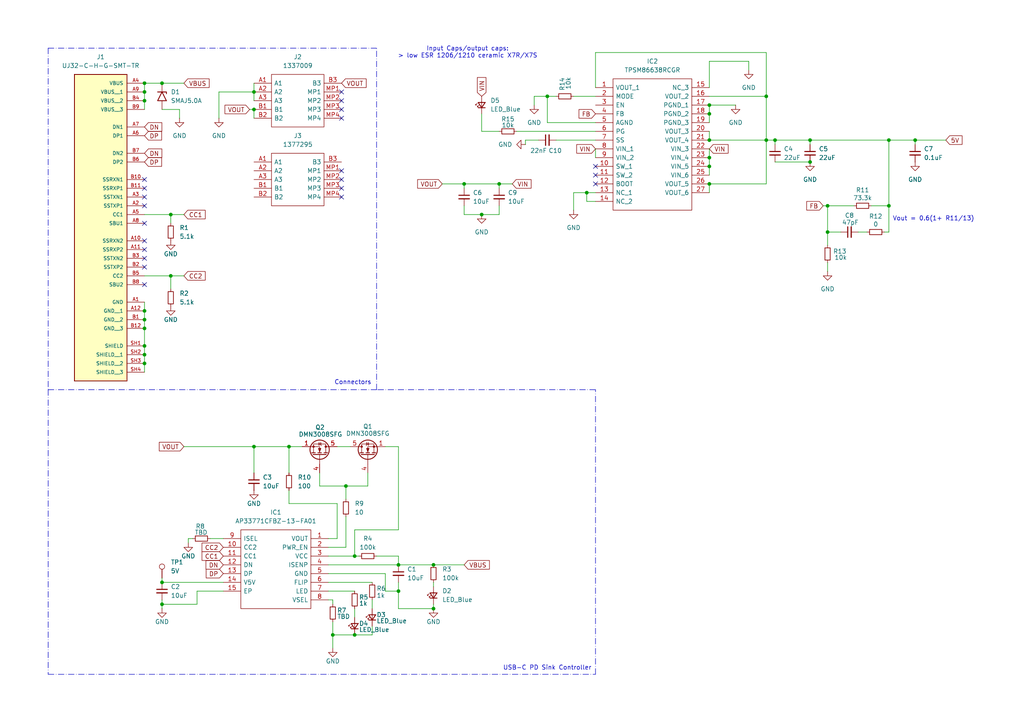
<source format=kicad_sch>
(kicad_sch (version 20231120) (generator "eeschema") (generator_version "8.0")
  (paper "A4")
  (lib_symbols
    (symbol "1337009:1337009" (pin_names (offset 0.762))
      (property "Reference" "J" (at 21.59 7.62 0))
      (property "Value" "1337009" (at 21.59 5.08 0))
      (symbol "1337009_0_0"
        (pin passive line (at 0 0 0) (length 5.08) (name "A1") (number "A1"))
        (pin passive line (at 0 -2.54 0) (length 5.08) (name "A2") (number "A2"))
        (pin passive line (at 0 -5.08 0) (length 5.08) (name "A3") (number "A3"))
        (pin passive line (at 0 -7.62 0) (length 5.08) (name "B1") (number "B1"))
        (pin passive line (at 0 -10.16 0) (length 5.08) (name "B2") (number "B2"))
        (pin passive line (at 25.4 0 180) (length 5.08) (name "B3") (number "B3"))
        (pin passive line (at 25.4 -2.54 180) (length 5.08) (name "MP1") (number "MP1"))
        (pin passive line (at 25.4 -5.08 180) (length 5.08) (name "MP2") (number "MP2"))
        (pin passive line (at 25.4 -7.62 180) (length 5.08) (name "MP3") (number "MP3"))
        (pin passive line (at 25.4 -10.16 180) (length 5.08) (name "MP4") (number "MP4"))
      )
      (symbol "1337009_0_1"
        (polyline (pts (xy 5.08 2.54) (xy 20.32 2.54) (xy 20.32 -12.7) (xy 5.08 -12.7) (xy 5.08 2.54)) (stroke (width 0.1524)))
      )
    )
    (symbol "1377295:1377295" (pin_names (offset 0.762))
      (property "Reference" "J" (at 21.59 7.62 0))
      (property "Value" "1377295" (at 21.59 5.08 0))
      (symbol "1377295_0_0"
        (pin passive line (at 0 0 0) (length 5.08) (name "A1") (number "A1"))
        (pin passive line (at 0 -2.54 0) (length 5.08) (name "A2") (number "A2"))
        (pin passive line (at 0 -5.08 0) (length 5.08) (name "A3") (number "A3"))
        (pin passive line (at 0 -7.62 0) (length 5.08) (name "B1") (number "B1"))
        (pin passive line (at 0 -10.16 0) (length 5.08) (name "B2") (number "B2"))
        (pin passive line (at 25.4 0 180) (length 5.08) (name "B3") (number "B3"))
        (pin passive line (at 25.4 -2.54 180) (length 5.08) (name "MP1") (number "MP1"))
        (pin passive line (at 25.4 -5.08 180) (length 5.08) (name "MP2") (number "MP2"))
        (pin passive line (at 25.4 -7.62 180) (length 5.08) (name "MP3") (number "MP3"))
        (pin passive line (at 25.4 -10.16 180) (length 5.08) (name "MP4") (number "MP4"))
      )
      (symbol "1377295_0_1"
        (polyline (pts (xy 5.08 2.54) (xy 20.32 2.54) (xy 20.32 -12.7) (xy 5.08 -12.7) (xy 5.08 2.54)) (stroke (width 0.1524)))
      )
    )
    (symbol "AP33771CFBZ-13-FA01:AP33771CFBZ-13-FA01" (pin_names (offset 0.762))
      (property "Reference" "IC" (at 26.67 7.62 0))
      (property "Value" "AP33771CFBZ-13-FA01" (at 26.67 5.08 0))
      (symbol "AP33771CFBZ-13-FA01_0_0"
        (pin passive line (at 0 0 0) (length 5.08) (name "VOUT") (number "1"))
        (pin passive line (at 30.48 -2.54 180) (length 5.08) (name "CC2") (number "10"))
        (pin passive line (at 30.48 -5.08 180) (length 5.08) (name "CC1") (number "11"))
        (pin passive line (at 30.48 -7.62 180) (length 5.08) (name "DN") (number "12"))
        (pin passive line (at 30.48 -10.16 180) (length 5.08) (name "DP") (number "13"))
        (pin passive line (at 30.48 -12.7 180) (length 5.08) (name "V5V") (number "14"))
        (pin passive line (at 30.48 -15.24 180) (length 5.08) (name "EP") (number "15"))
        (pin passive line (at 0 -2.54 0) (length 5.08) (name "PWR_EN") (number "2"))
        (pin passive line (at 0 -5.08 0) (length 5.08) (name "VCC") (number "3"))
        (pin passive line (at 0 -7.62 0) (length 5.08) (name "ISENP") (number "4"))
        (pin passive line (at 0 -10.16 0) (length 5.08) (name "GND") (number "5"))
        (pin passive line (at 0 -12.7 0) (length 5.08) (name "FLIP") (number "6"))
        (pin passive line (at 0 -15.24 0) (length 5.08) (name "LED") (number "7"))
        (pin passive line (at 0 -17.78 0) (length 5.08) (name "VSEL") (number "8"))
        (pin passive line (at 30.48 0 180) (length 5.08) (name "ISEL") (number "9"))
      )
      (symbol "AP33771CFBZ-13-FA01_0_1"
        (polyline (pts (xy 5.08 2.54) (xy 25.4 2.54) (xy 25.4 -20.32) (xy 5.08 -20.32) (xy 5.08 2.54)) (stroke (width 0.1524)))
      )
    )
    (symbol "Connector:TestPoint" (pin_numbers hide) (pin_names (offset 0.762) hide)
      (property "Reference" "TP" (at 0 6.858 0))
      (property "Value" "TestPoint" (at 0 5.08 0))
      (symbol "TestPoint_0_1"
        (circle (center 0 3.302) (radius 0.762))
      )
      (symbol "TestPoint_1_1"
        (pin passive line (at 0 0 90) (length 2.54) (name "1") (number "1"))
      )
    )
    (symbol "Device:C_Small" (pin_numbers hide) (pin_names (offset 0.254) hide)
      (property "Reference" "C" (at 0.254 1.778 0))
      (property "Value" "C_Small" (at 0.254 -2.032 0))
      (symbol "C_Small_0_1"
        (polyline (pts (xy -1.524 -0.508) (xy 1.524 -0.508)) (stroke (width 0.3302)))
        (polyline (pts (xy -1.524 0.508) (xy 1.524 0.508)) (stroke (width 0.3048)))
      )
      (symbol "C_Small_1_1"
        (pin passive line (at 0 2.54 270) (length 2.032) (name "~") (number "1"))
        (pin passive line (at 0 -2.54 90) (length 2.032) (name "~") (number "2"))
      )
    )
    (symbol "Device:LED_Small" (pin_numbers hide) (pin_names (offset 0.254) hide)
      (property "Reference" "D" (at -1.27 3.175 0))
      (property "Value" "LED_Small" (at -4.445 -2.54 0))
      (symbol "LED_Small_0_1"
        (polyline (pts (xy -0.762 -1.016) (xy -0.762 1.016)) (stroke (width 0.254)))
        (polyline (pts (xy 1.016 0) (xy -0.762 0)))
        (polyline (pts (xy 0.762 -1.016) (xy -0.762 0) (xy 0.762 1.016) (xy 0.762 -1.016)) (stroke (width 0.254)))
        (polyline (pts (xy 0 0.762) (xy -0.508 1.27) (xy -0.254 1.27) (xy -0.508 1.27) (xy -0.508 1.016)))
        (polyline (pts (xy 0.508 1.27) (xy 0 1.778) (xy 0.254 1.778) (xy 0 1.778) (xy 0 1.524)))
      )
      (symbol "LED_Small_1_1"
        (pin passive line (at -2.54 0 0) (length 1.778) (name "K") (number "1"))
        (pin passive line (at 2.54 0 180) (length 1.778) (name "A") (number "2"))
      )
    )
    (symbol "Device:R_Small" (pin_numbers hide) (pin_names (offset 0.254) hide)
      (property "Reference" "R" (at 0.762 0.508 0))
      (property "Value" "R_Small" (at 0.762 -1.016 0))
      (symbol "R_Small_0_1"
        (rectangle (start -0.762 1.778) (end 0.762 -1.778) (stroke (width 0.2032)))
      )
      (symbol "R_Small_1_1"
        (pin passive line (at 0 2.54 270) (length 0.762) (name "~") (number "1"))
        (pin passive line (at 0 -2.54 90) (length 0.762) (name "~") (number "2"))
      )
    )
    (symbol "Diode:SMAJ5.0A" (pin_numbers hide) (pin_names (offset 1.016) hide)
      (property "Reference" "D" (at 0 2.54 0))
      (property "Value" "SMAJ5.0A" (at 0 -2.54 0))
      (symbol "SMAJ5.0A_0_1"
        (polyline (pts (xy -0.762 1.27) (xy -1.27 1.27) (xy -1.27 -1.27)) (stroke (width 0.254)))
        (polyline (pts (xy 1.27 1.27) (xy 1.27 -1.27) (xy -1.27 0) (xy 1.27 1.27)) (stroke (width 0.254)))
      )
      (symbol "SMAJ5.0A_1_1"
        (pin passive line (at -3.81 0 0) (length 2.54) (name "A1") (number "1"))
        (pin passive line (at 3.81 0 180) (length 2.54) (name "A2") (number "2"))
      )
    )
    (symbol "TPSM86638RCGR:TPSM86638RCGR" (pin_names (offset 0.762))
      (property "Reference" "IC" (at 29.21 7.62 0))
      (property "Value" "TPSM86638RCGR" (at 29.21 5.08 0))
      (symbol "TPSM86638RCGR_0_0"
        (pin passive line (at 0 0 0) (length 5.08) (name "VOUT_1") (number "1"))
        (pin passive line (at 0 -22.86 0) (length 5.08) (name "SW_1") (number "10"))
        (pin passive line (at 0 -25.4 0) (length 5.08) (name "SW_2") (number "11"))
        (pin passive line (at 0 -27.94 0) (length 5.08) (name "BOOT") (number "12"))
        (pin passive line (at 0 -30.48 0) (length 5.08) (name "NC_1") (number "13"))
        (pin passive line (at 0 -33.02 0) (length 5.08) (name "NC_2") (number "14"))
        (pin passive line (at 33.02 0 180) (length 5.08) (name "NC_3") (number "15"))
        (pin passive line (at 33.02 -2.54 180) (length 5.08) (name "VOUT_2") (number "16"))
        (pin passive line (at 33.02 -5.08 180) (length 5.08) (name "PGND_1") (number "17"))
        (pin passive line (at 33.02 -7.62 180) (length 5.08) (name "PGND_2") (number "18"))
        (pin passive line (at 33.02 -10.16 180) (length 5.08) (name "PGND_3") (number "19"))
        (pin passive line (at 0 -2.54 0) (length 5.08) (name "MODE") (number "2"))
        (pin passive line (at 33.02 -12.7 180) (length 5.08) (name "VOUT_3") (number "20"))
        (pin passive line (at 33.02 -15.24 180) (length 5.08) (name "VOUT_4") (number "21"))
        (pin passive line (at 33.02 -17.78 180) (length 5.08) (name "VIN_3") (number "22"))
        (pin passive line (at 33.02 -20.32 180) (length 5.08) (name "VIN_4") (number "23"))
        (pin passive line (at 33.02 -22.86 180) (length 5.08) (name "VIN_5") (number "24"))
        (pin passive line (at 33.02 -25.4 180) (length 5.08) (name "VIN_6") (number "25"))
        (pin passive line (at 33.02 -27.94 180) (length 5.08) (name "VOUT_5") (number "26"))
        (pin passive line (at 33.02 -30.48 180) (length 5.08) (name "VOUT_6") (number "27"))
        (pin passive line (at 0 -5.08 0) (length 5.08) (name "EN") (number "3"))
        (pin passive line (at 0 -7.62 0) (length 5.08) (name "FB") (number "4"))
        (pin passive line (at 0 -10.16 0) (length 5.08) (name "AGND") (number "5"))
        (pin passive line (at 0 -12.7 0) (length 5.08) (name "PG") (number "6"))
        (pin passive line (at 0 -15.24 0) (length 5.08) (name "SS") (number "7"))
        (pin passive line (at 0 -17.78 0) (length 5.08) (name "VIN_1") (number "8"))
        (pin passive line (at 0 -20.32 0) (length 5.08) (name "VIN_2") (number "9"))
      )
      (symbol "TPSM86638RCGR_0_1"
        (polyline (pts (xy 5.08 2.54) (xy 27.94 2.54) (xy 27.94 -35.56) (xy 5.08 -35.56) (xy 5.08 2.54)) (stroke (width 0.1524)))
      )
    )
    (symbol "Transistor_FET:DMN3008SFG" (pin_names hide)
      (property "Reference" "Q" (at 5.08 1.905 0))
      (property "Value" "DMN3008SFG" (at 5.08 0 0))
      (symbol "DMN3008SFG_0_1"
        (polyline (pts (xy -2.54 0) (xy 0.254 0)))
        (polyline (pts (xy 0.254 1.905) (xy 0.254 -1.905)) (stroke (width 0.254)))
        (polyline (pts (xy 0.762 -1.27) (xy 0.762 -2.286)) (stroke (width 0.254)))
        (polyline (pts (xy 0.762 0.508) (xy 0.762 -0.508)) (stroke (width 0.254)))
        (polyline (pts (xy 0.762 2.286) (xy 0.762 1.27)) (stroke (width 0.254)))
        (polyline (pts (xy 2.54 2.54) (xy 2.54 1.778)))
        (polyline (pts (xy 2.54 -2.54) (xy 2.54 0) (xy 0.762 0)))
        (polyline (pts (xy 0.762 -1.778) (xy 3.302 -1.778) (xy 3.302 1.778) (xy 0.762 1.778)))
        (polyline (pts (xy 1.016 0) (xy 2.032 0.381) (xy 2.032 -0.381) (xy 1.016 0)) (fill (type outline)))
        (polyline (pts (xy 2.794 0.508) (xy 2.921 0.381) (xy 3.683 0.381) (xy 3.81 0.254)))
        (polyline (pts (xy 3.302 0.381) (xy 2.921 -0.254) (xy 3.683 -0.254) (xy 3.302 0.381)))
        (circle (center 1.651 0) (radius 2.794) (stroke (width 0.254)))
        (circle (center 2.54 -1.778) (radius 0.254) (fill (type outline)))
        (circle (center 2.54 1.778) (radius 0.254) (fill (type outline)))
      )
      (symbol "DMN3008SFG_1_1"
        (pin passive line (at 2.54 -5.08 90) (length 2.54) (name "S") (number "1"))
        (pin passive line (at 2.54 -5.08 90) (length 2.54) hide (name "S") (number "2"))
        (pin passive line (at 2.54 -5.08 90) (length 2.54) hide (name "S") (number "3"))
        (pin passive line (at -5.08 0 0) (length 2.54) (name "G") (number "4"))
        (pin passive line (at 2.54 5.08 270) (length 2.54) (name "D") (number "5"))
      )
    )
    (symbol "UJ32-C-H-G-SMT-TR:UJ32-C-H-G-SMT-TR" (pin_names (offset 1.016))
      (property "Reference" "J" (at -7.62 33.782 0))
      (property "Value" "UJ32-C-H-G-SMT-TR" (at -7.62 -56.642 0))
      (symbol "UJ32-C-H-G-SMT-TR_0_0"
        (rectangle (start -7.62 -55.88) (end 7.62 33.02) (stroke (width 0.254)) (fill (type background)))
        (pin power_in line (at 12.7 -33.02 180) (length 5.08) (name "GND") (number "A1"))
        (pin bidirectional line (at 12.7 -15.24 180) (length 5.08) (name "SSRXN2") (number "A10"))
        (pin bidirectional line (at 12.7 -17.78 180) (length 5.08) (name "SSRXP2") (number "A11"))
        (pin power_in line (at 12.7 -35.56 180) (length 5.08) (name "GND__1") (number "A12"))
        (pin bidirectional line (at 12.7 -5.08 180) (length 5.08) (name "SSTXP1") (number "A2"))
        (pin bidirectional line (at 12.7 -2.54 180) (length 5.08) (name "SSTXN1") (number "A3"))
        (pin power_in line (at 12.7 30.48 180) (length 5.08) (name "VBUS") (number "A4"))
        (pin bidirectional line (at 12.7 -7.62 180) (length 5.08) (name "CC1") (number "A5"))
        (pin bidirectional line (at 12.7 15.24 180) (length 5.08) (name "DP1") (number "A6"))
        (pin bidirectional line (at 12.7 17.78 180) (length 5.08) (name "DN1") (number "A7"))
        (pin bidirectional line (at 12.7 -10.16 180) (length 5.08) (name "SBU1") (number "A8"))
        (pin power_in line (at 12.7 27.94 180) (length 5.08) (name "VBUS__1") (number "A9"))
        (pin power_in line (at 12.7 -38.1 180) (length 5.08) (name "GND__2") (number "B1"))
        (pin bidirectional line (at 12.7 2.54 180) (length 5.08) (name "SSRXN1") (number "B10"))
        (pin bidirectional line (at 12.7 0 180) (length 5.08) (name "SSRXP1") (number "B11"))
        (pin power_in line (at 12.7 -40.64 180) (length 5.08) (name "GND__3") (number "B12"))
        (pin bidirectional line (at 12.7 -22.86 180) (length 5.08) (name "SSTXP2") (number "B2"))
        (pin bidirectional line (at 12.7 -20.32 180) (length 5.08) (name "SSTXN2") (number "B3"))
        (pin power_in line (at 12.7 25.4 180) (length 5.08) (name "VBUS__2") (number "B4"))
        (pin bidirectional line (at 12.7 -25.4 180) (length 5.08) (name "CC2") (number "B5"))
        (pin bidirectional line (at 12.7 7.62 180) (length 5.08) (name "DP2") (number "B6"))
        (pin bidirectional line (at 12.7 10.16 180) (length 5.08) (name "DN2") (number "B7"))
        (pin bidirectional line (at 12.7 -27.94 180) (length 5.08) (name "SBU2") (number "B8"))
        (pin power_in line (at 12.7 22.86 180) (length 5.08) (name "VBUS__3") (number "B9"))
        (pin passive line (at 12.7 -45.72 180) (length 5.08) (name "SHIELD") (number "SH1"))
        (pin passive line (at 12.7 -48.26 180) (length 5.08) (name "SHIELD__1") (number "SH2"))
        (pin passive line (at 12.7 -50.8 180) (length 5.08) (name "SHIELD__2") (number "SH3"))
        (pin passive line (at 12.7 -53.34 180) (length 5.08) (name "SHIELD__3") (number "SH4"))
      )
    )
    (symbol "power:GND" (power) (pin_numbers hide) (pin_names (offset 0) hide)
      (property "Value" "GND" (at 0 -3.81 0))
      (symbol "GND_0_1"
        (polyline (pts (xy 0 0) (xy 0 -1.27) (xy 1.27 -1.27) (xy 0 -2.54) (xy -1.27 -1.27) (xy 0 -1.27)))
      )
      (symbol "GND_1_1"
        (pin power_in line (at 0 0 270) (length 0) (name "~") (number "1"))
      )
    )
  )
  (junction (at 41.91 90.17))
  (junction (at 222.25 40.64))
  (junction (at 139.7 62.23))
  (junction (at 240.03 59.69))
  (junction (at 41.91 24.13))
  (junction (at 46.99 175.26))
  (junction (at 96.52 184.15))
  (junction (at 73.66 31.75))
  (junction (at 125.73 163.83))
  (junction (at 265.43 40.64))
  (junction (at 205.74 40.64))
  (junction (at 41.91 26.67))
  (junction (at 41.91 29.21))
  (junction (at 46.99 24.13))
  (junction (at 205.74 53.34))
  (junction (at 41.91 95.25))
  (junction (at 102.87 161.29))
  (junction (at 73.66 129.54))
  (junction (at 83.82 129.54))
  (junction (at 144.78 53.34))
  (junction (at 158.75 27.94))
  (junction (at 46.99 168.91))
  (junction (at 257.81 59.69))
  (junction (at 134.62 53.34))
  (junction (at 205.74 30.48))
  (junction (at 115.57 171.45))
  (junction (at 234.95 40.64))
  (junction (at 170.18 55.88))
  (junction (at 115.57 163.83))
  (junction (at 222.25 27.94))
  (junction (at 41.91 92.71))
  (junction (at 205.74 48.26))
  (junction (at 125.73 176.53))
  (junction (at 102.87 184.15))
  (junction (at 257.81 40.64))
  (junction (at 41.91 105.41))
  (junction (at 49.53 62.23))
  (junction (at 73.66 26.67))
  (junction (at 205.74 45.72))
  (junction (at 224.79 40.64))
  (junction (at 41.91 102.87))
  (junction (at 234.95 46.99))
  (junction (at 240.03 67.31))
  (junction (at 41.91 100.33))
  (junction (at 100.33 140.97))
  (junction (at 49.53 80.01))
  (junction (at 205.74 33.02))
  (no_connect (at 41.91 57.15))
  (no_connect (at 99.06 49.53))
  (no_connect (at 41.91 52.07))
  (no_connect (at 172.72 50.8))
  (no_connect (at 41.91 77.47))
  (no_connect (at 99.06 31.75))
  (no_connect (at 99.06 34.29))
  (no_connect (at 99.06 52.07))
  (no_connect (at 99.06 57.15))
  (no_connect (at 41.91 72.39))
  (no_connect (at 41.91 74.93))
  (no_connect (at 99.06 54.61))
  (no_connect (at 99.06 29.21))
  (no_connect (at 41.91 59.69))
  (no_connect (at 99.06 26.67))
  (no_connect (at 41.91 69.85))
  (no_connect (at 172.72 48.26))
  (no_connect (at 41.91 82.55))
  (no_connect (at 41.91 54.61))
  (no_connect (at 41.91 64.77))
  (no_connect (at 172.72 53.34))
  (wire (pts (xy 172.72 58.42) (xy 170.18 58.42)))
  (wire (pts (xy 139.7 38.1) (xy 144.78 38.1)))
  (wire (pts (xy 96.52 184.15) (xy 102.87 184.15)))
  (wire (pts (xy 63.5 26.67) (xy 73.66 26.67)))
  (wire (pts (xy 224.79 46.99) (xy 234.95 46.99)))
  (wire (pts (xy 73.66 129.54) (xy 83.82 129.54)))
  (polyline (pts (xy 109.22 113.03) (xy 109.22 13.97)) (stroke (width 0) (type dash_dot)))
  (wire (pts (xy 170.18 58.42) (xy 170.18 55.88)))
  (wire (pts (xy 46.99 168.91) (xy 64.77 168.91)))
  (wire (pts (xy 53.34 129.54) (xy 73.66 129.54)))
  (polyline (pts (xy 13.97 113.03) (xy 13.97 195.58)) (stroke (width 0) (type dash_dot)))
  (wire (pts (xy 125.73 163.83) (xy 134.62 163.83)))
  (polyline (pts (xy 13.97 13.97) (xy 13.97 113.03)) (stroke (width 0) (type dash_dot)))
  (wire (pts (xy 149.86 38.1) (xy 172.72 38.1)))
  (wire (pts (xy 134.62 59.69) (xy 134.62 62.23)))
  (wire (pts (xy 83.82 146.05) (xy 97.79 146.05)))
  (wire (pts (xy 166.37 27.94) (xy 172.72 27.94)))
  (wire (pts (xy 205.74 33.02) (xy 205.74 35.56)))
  (wire (pts (xy 95.25 171.45) (xy 102.87 171.45)))
  (wire (pts (xy 97.79 146.05) (xy 97.79 156.21)))
  (wire (pts (xy 205.74 45.72) (xy 205.74 48.26)))
  (wire (pts (xy 95.25 173.99) (xy 96.52 173.99)))
  (wire (pts (xy 222.25 53.34) (xy 222.25 40.64)))
  (wire (pts (xy 205.74 17.78) (xy 217.17 17.78)))
  (wire (pts (xy 125.73 175.26) (xy 125.73 176.53)))
  (polyline (pts (xy 13.97 13.97) (xy 109.22 13.97)) (stroke (width 0) (type dash_dot)))
  (wire (pts (xy 102.87 184.15) (xy 107.95 184.15)))
  (wire (pts (xy 222.25 27.94) (xy 222.25 40.64)))
  (wire (pts (xy 46.99 167.64) (xy 46.99 168.91)))
  (polyline (pts (xy 13.97 195.58) (xy 172.72 195.58)) (stroke (width 0) (type dash_dot)))
  (wire (pts (xy 217.17 17.78) (xy 217.17 20.32)))
  (wire (pts (xy 41.91 100.33) (xy 41.91 102.87)))
  (wire (pts (xy 73.66 31.75) (xy 73.66 34.29)))
  (wire (pts (xy 60.96 156.21) (xy 64.77 156.21)))
  (wire (pts (xy 52.07 31.75) (xy 46.99 31.75)))
  (wire (pts (xy 106.68 140.97) (xy 100.33 140.97)))
  (wire (pts (xy 240.03 67.31) (xy 240.03 71.12)))
  (wire (pts (xy 115.57 153.67) (xy 102.87 153.67)))
  (wire (pts (xy 95.25 168.91) (xy 107.95 168.91)))
  (wire (pts (xy 49.53 83.82) (xy 49.53 80.01)))
  (wire (pts (xy 41.91 92.71) (xy 41.91 95.25)))
  (wire (pts (xy 265.43 41.91) (xy 265.43 40.64)))
  (wire (pts (xy 41.91 24.13) (xy 46.99 24.13)))
  (wire (pts (xy 257.81 40.64) (xy 257.81 59.69)))
  (wire (pts (xy 152.4 40.64) (xy 152.4 41.91)))
  (wire (pts (xy 95.25 161.29) (xy 102.87 161.29)))
  (wire (pts (xy 96.52 184.15) (xy 96.52 187.96)))
  (wire (pts (xy 109.22 161.29) (xy 115.57 161.29)))
  (wire (pts (xy 222.25 40.64) (xy 224.79 40.64)))
  (wire (pts (xy 46.99 173.99) (xy 46.99 175.26)))
  (wire (pts (xy 238.76 59.69) (xy 240.03 59.69)))
  (wire (pts (xy 240.03 67.31) (xy 240.03 59.69)))
  (wire (pts (xy 205.74 43.18) (xy 205.74 45.72)))
  (wire (pts (xy 95.25 163.83) (xy 115.57 163.83)))
  (wire (pts (xy 172.72 43.18) (xy 172.72 45.72)))
  (wire (pts (xy 134.62 53.34) (xy 134.62 54.61)))
  (wire (pts (xy 172.72 55.88) (xy 170.18 55.88)))
  (wire (pts (xy 144.78 53.34) (xy 144.78 54.61)))
  (wire (pts (xy 49.53 80.01) (xy 53.34 80.01)))
  (wire (pts (xy 115.57 163.83) (xy 125.73 163.83)))
  (wire (pts (xy 125.73 168.91) (xy 125.73 170.18)))
  (wire (pts (xy 248.92 67.31) (xy 251.46 67.31)))
  (wire (pts (xy 95.25 166.37) (xy 111.76 166.37)))
  (wire (pts (xy 134.62 62.23) (xy 139.7 62.23)))
  (wire (pts (xy 46.99 24.13) (xy 53.34 24.13)))
  (wire (pts (xy 265.43 40.64) (xy 274.32 40.64)))
  (wire (pts (xy 128.27 53.34) (xy 134.62 53.34)))
  (wire (pts (xy 224.79 40.64) (xy 234.95 40.64)))
  (wire (pts (xy 205.74 30.48) (xy 213.36 30.48)))
  (wire (pts (xy 96.52 180.34) (xy 96.52 184.15)))
  (wire (pts (xy 41.91 62.23) (xy 49.53 62.23)))
  (wire (pts (xy 154.94 30.48) (xy 154.94 27.94)))
  (wire (pts (xy 115.57 168.91) (xy 115.57 171.45)))
  (wire (pts (xy 49.53 62.23) (xy 53.34 62.23)))
  (wire (pts (xy 96.52 173.99) (xy 96.52 175.26)))
  (wire (pts (xy 172.72 35.56) (xy 158.75 35.56)))
  (polyline (pts (xy 172.72 195.58) (xy 172.72 113.03)) (stroke (width 0) (type dash_dot)))
  (wire (pts (xy 240.03 59.69) (xy 247.65 59.69)))
  (wire (pts (xy 100.33 158.75) (xy 100.33 149.86)))
  (wire (pts (xy 100.33 140.97) (xy 92.71 140.97)))
  (wire (pts (xy 222.25 15.24) (xy 222.25 27.94)))
  (wire (pts (xy 83.82 142.24) (xy 83.82 146.05)))
  (wire (pts (xy 73.66 24.13) (xy 73.66 26.67)))
  (wire (pts (xy 92.71 140.97) (xy 92.71 137.16)))
  (wire (pts (xy 234.95 40.64) (xy 257.81 40.64)))
  (wire (pts (xy 115.57 161.29) (xy 115.57 163.83)))
  (wire (pts (xy 57.15 175.26) (xy 46.99 175.26)))
  (wire (pts (xy 54.61 156.21) (xy 54.61 157.48)))
  (wire (pts (xy 41.91 90.17) (xy 41.91 92.71)))
  (wire (pts (xy 205.74 30.48) (xy 205.74 33.02)))
  (wire (pts (xy 172.72 15.24) (xy 222.25 15.24)))
  (wire (pts (xy 222.25 40.64) (xy 205.74 40.64)))
  (wire (pts (xy 224.79 40.64) (xy 224.79 41.91)))
  (wire (pts (xy 41.91 80.01) (xy 49.53 80.01)))
  (wire (pts (xy 240.03 76.2) (xy 240.03 78.74)))
  (wire (pts (xy 166.37 55.88) (xy 166.37 60.96)))
  (wire (pts (xy 256.54 67.31) (xy 257.81 67.31)))
  (wire (pts (xy 144.78 59.69) (xy 144.78 62.23)))
  (polyline (pts (xy 13.97 113.03) (xy 109.22 113.03)) (stroke (width 0) (type dash_dot)))
  (wire (pts (xy 72.39 31.75) (xy 73.66 31.75)))
  (wire (pts (xy 154.94 27.94) (xy 158.75 27.94)))
  (wire (pts (xy 111.76 129.54) (xy 115.57 129.54)))
  (wire (pts (xy 234.95 40.64) (xy 234.95 41.91)))
  (wire (pts (xy 102.87 161.29) (xy 104.14 161.29)))
  (wire (pts (xy 158.75 35.56) (xy 158.75 27.94)))
  (wire (pts (xy 156.21 40.64) (xy 152.4 40.64)))
  (wire (pts (xy 64.77 171.45) (xy 57.15 171.45)))
  (wire (pts (xy 41.91 102.87) (xy 41.91 105.41)))
  (wire (pts (xy 41.91 24.13) (xy 41.91 26.67)))
  (wire (pts (xy 41.91 26.67) (xy 41.91 29.21)))
  (wire (pts (xy 205.74 25.4) (xy 205.74 17.78)))
  (wire (pts (xy 243.84 67.31) (xy 240.03 67.31)))
  (wire (pts (xy 83.82 129.54) (xy 87.63 129.54)))
  (wire (pts (xy 52.07 34.29) (xy 52.07 31.75)))
  (wire (pts (xy 100.33 144.78) (xy 100.33 140.97)))
  (wire (pts (xy 95.25 158.75) (xy 100.33 158.75)))
  (wire (pts (xy 134.62 53.34) (xy 144.78 53.34)))
  (wire (pts (xy 115.57 171.45) (xy 115.57 176.53)))
  (wire (pts (xy 63.5 34.29) (xy 63.5 26.67)))
  (wire (pts (xy 111.76 166.37) (xy 111.76 171.45)))
  (wire (pts (xy 161.29 40.64) (xy 172.72 40.64)))
  (wire (pts (xy 102.87 176.53) (xy 102.87 179.07)))
  (wire (pts (xy 144.78 53.34) (xy 148.59 53.34)))
  (wire (pts (xy 144.78 62.23) (xy 139.7 62.23)))
  (wire (pts (xy 170.18 55.88) (xy 166.37 55.88)))
  (wire (pts (xy 252.73 59.69) (xy 257.81 59.69)))
  (wire (pts (xy 205.74 53.34) (xy 222.25 53.34)))
  (wire (pts (xy 257.81 40.64) (xy 265.43 40.64)))
  (wire (pts (xy 57.15 171.45) (xy 57.15 175.26)))
  (wire (pts (xy 158.75 27.94) (xy 161.29 27.94)))
  (wire (pts (xy 97.79 156.21) (xy 95.25 156.21)))
  (wire (pts (xy 107.95 173.99) (xy 107.95 176.53)))
  (wire (pts (xy 205.74 38.1) (xy 205.74 40.64)))
  (wire (pts (xy 115.57 176.53) (xy 125.73 176.53)))
  (wire (pts (xy 46.99 175.26) (xy 46.99 176.53)))
  (wire (pts (xy 205.74 53.34) (xy 205.74 55.88)))
  (wire (pts (xy 107.95 184.15) (xy 107.95 181.61)))
  (wire (pts (xy 41.91 87.63) (xy 41.91 90.17)))
  (wire (pts (xy 41.91 105.41) (xy 41.91 107.95)))
  (wire (pts (xy 73.66 26.67) (xy 73.66 29.21)))
  (wire (pts (xy 41.91 29.21) (xy 41.91 31.75)))
  (polyline (pts (xy 172.72 113.03) (xy 109.22 113.03)) (stroke (width 0) (type dash_dot)))
  (wire (pts (xy 102.87 153.67) (xy 102.87 161.29)))
  (wire (pts (xy 139.7 33.02) (xy 139.7 38.1)))
  (wire (pts (xy 106.68 137.16) (xy 106.68 140.97)))
  (wire (pts (xy 55.88 156.21) (xy 54.61 156.21)))
  (wire (pts (xy 49.53 64.77) (xy 49.53 62.23)))
  (wire (pts (xy 115.57 129.54) (xy 115.57 153.67)))
  (wire (pts (xy 205.74 48.26) (xy 205.74 50.8)))
  (wire (pts (xy 73.66 137.16) (xy 73.66 129.54)))
  (wire (pts (xy 41.91 95.25) (xy 41.91 100.33)))
  (wire (pts (xy 83.82 137.16) (xy 83.82 129.54)))
  (wire (pts (xy 111.76 171.45) (xy 115.57 171.45)))
  (wire (pts (xy 97.79 129.54) (xy 101.6 129.54)))
  (wire (pts (xy 257.81 59.69) (xy 257.81 67.31)))
  (wire (pts (xy 205.74 27.94) (xy 222.25 27.94)))
  (wire (pts (xy 172.72 25.4) (xy 172.72 15.24)))
  (text "Vout = 0.6(1+ R11/13)\n" (at 270.764 63.5 0) (effects (font (size 1.27 1.27))))
  (text "Connectors\n" (at 102.362 110.998 0) (effects (font (size 1.27 1.27))))
  (text "Input Caps/output caps:\n> low ESR 1206/1210 ceramic X7R/X7S\n" (at 135.636 15.24 0) (effects (font (size 1.27 1.27))))
  (text "USB-C PD Sink Controller\n\n" (at 158.75 194.818 0) (effects (font (size 1.27 1.27))))
  (global_label "CC1" (shape input) (at 64.77 161.29 180) (property "Intersheetrefs" "${INTERSHEET_REFS}" (effects (hide yes))))
  (global_label "VBUS" (shape input) (at 53.34 24.13 0) (property "Intersheetrefs" "${INTERSHEET_REFS}" (effects (hide yes))))
  (global_label "CC1" (shape input) (at 53.34 62.23 0) (property "Intersheetrefs" "${INTERSHEET_REFS}" (effects (hide yes))))
  (global_label "VIN" (shape input) (at 205.74 43.18 0) (property "Intersheetrefs" "${INTERSHEET_REFS}" (effects (hide yes))))
  (global_label "DN" (shape input) (at 41.91 44.45 0) (property "Intersheetrefs" "${INTERSHEET_REFS}" (effects (hide yes))))
  (global_label "VIN" (shape input) (at 148.59 53.34 0) (property "Intersheetrefs" "${INTERSHEET_REFS}" (effects (hide yes))))
  (global_label "DN" (shape input) (at 41.91 36.83 0) (property "Intersheetrefs" "${INTERSHEET_REFS}" (effects (hide yes))))
  (global_label "DN" (shape input) (at 64.77 163.83 180) (property "Intersheetrefs" "${INTERSHEET_REFS}" (effects (hide yes))))
  (global_label "5V" (shape input) (at 274.32 40.64 0) (property "Intersheetrefs" "${INTERSHEET_REFS}" (effects (hide yes))))
  (global_label "VOUT" (shape input) (at 53.34 129.54 180) (property "Intersheetrefs" "${INTERSHEET_REFS}" (effects (hide yes))))
  (global_label "VOUT" (shape input) (at 72.39 31.75 180) (property "Intersheetrefs" "${INTERSHEET_REFS}" (effects (hide yes))))
  (global_label "VIN" (shape input) (at 139.7 27.94 90) (property "Intersheetrefs" "${INTERSHEET_REFS}" (effects (hide yes))))
  (global_label "FB" (shape input) (at 172.72 33.02 180) (property "Intersheetrefs" "${INTERSHEET_REFS}" (effects (hide yes))))
  (global_label "VOUT" (shape input) (at 99.06 24.13 0) (property "Intersheetrefs" "${INTERSHEET_REFS}" (effects (hide yes))))
  (global_label "VOUT" (shape input) (at 128.27 53.34 180) (property "Intersheetrefs" "${INTERSHEET_REFS}" (effects (hide yes))))
  (global_label "CC2" (shape input) (at 53.34 80.01 0) (property "Intersheetrefs" "${INTERSHEET_REFS}" (effects (hide yes))))
  (global_label "CC2" (shape input) (at 64.77 158.75 180) (property "Intersheetrefs" "${INTERSHEET_REFS}" (effects (hide yes))))
  (global_label "VBUS" (shape input) (at 134.62 163.83 0) (property "Intersheetrefs" "${INTERSHEET_REFS}" (effects (hide yes))))
  (global_label "DP" (shape input) (at 41.91 39.37 0) (property "Intersheetrefs" "${INTERSHEET_REFS}" (effects (hide yes))))
  (global_label "FB" (shape input) (at 238.76 59.69 180) (property "Intersheetrefs" "${INTERSHEET_REFS}" (effects (hide yes))))
  (global_label "VIN" (shape input) (at 172.72 43.18 180) (property "Intersheetrefs" "${INTERSHEET_REFS}" (effects (hide yes))))
  (global_label "DP" (shape input) (at 41.91 46.99 0) (property "Intersheetrefs" "${INTERSHEET_REFS}" (effects (hide yes))))
  (global_label "DP" (shape input) (at 64.77 166.37 180) (property "Intersheetrefs" "${INTERSHEET_REFS}" (effects (hide yes))))
  (symbol (lib_id "Transistor_FET:DMN3008SFG") (at 92.71 132.08 270) (mirror x) (unit 1)
    (property "Reference" "Q2" (at 91.44 123.952 90) (effects (justify left)))
    (property "Value" "DMN3008SFG" (at 86.614 125.984 90) (effects (justify left)))
    (property "Footprint" "Package_SON:Diodes_PowerDI3333-8" (effects (hide yes)))
    (property "Datasheet" "https://www.diodes.com/assets/Datasheets/DMN3008SFG.pdf" (effects (hide yes)))
    (property "Description" "17.6A Id, 30V Vds, N-Channel Power MOSFET, 4.4mOhm Ron, 86nC Qg (typ), PowerDI3333-8" (effects (hide yes)))
  )
  (symbol (lib_id "UJ32-C-H-G-SMT-TR:UJ32-C-H-G-SMT-TR") (at 29.21 54.61 0) (unit 1)
    (property "Reference" "J1" (at 29.21 16.51 0))
    (property "Value" "UJ32-C-H-G-SMT-TR" (at 29.21 19.05 0))
    (property "Footprint" "Footprints:CUI_UJ32-C-H-G-SMT-TR" (effects (hide yes)))
    (property "PARTREV" "1.01" (effects (hide yes)))
    (property "STANDARD" "Manufacturer Recommendations" (effects (hide yes)))
    (property "SNAPEDA_PN" "UJ32-C-H-G-SMT-TR" (effects (hide yes)))
    (property "MAXIMUM_PACKAGE_HEIGHT" "3.71mm" (effects (hide yes)))
    (property "MANUFACTURER" "CUI Devices" (effects (hide yes)))
  )
  (symbol (lib_id "power:GND") (at 166.37 60.96 0) (unit 1)
    (property "Reference" "#PWR014" (effects (hide yes)))
    (property "Value" "GND" (at 166.37 66.04 0))
    (property "Description" "Power symbol creates a global label with name \"GND\" , ground" (effects (hide yes)))
  )
  (symbol (lib_id "Device:LED_Small") (at 125.73 172.72 90) (unit 1)
    (property "Reference" "D2" (at 128.27 171.3864 90) (effects (justify right)))
    (property "Value" "LED_Blue" (at 128.27 173.9264 90) (effects (justify right)))
    (property "Footprint" "LED_SMD:LED_0603_1608Metric" (effects (hide yes)))
    (property "Description" "Light emitting diode, small symbol" (effects (hide yes)))
  )
  (symbol (lib_id "Device:R_Small") (at 100.33 147.32 0) (unit 1)
    (property "Reference" "R9" (at 102.87 146.0499 0) (effects (justify left)))
    (property "Value" "10" (at 102.87 148.5899 0) (effects (justify left)))
    (property "Footprint" "Resistor_SMD:R_0402_1005Metric" (effects (hide yes)))
    (property "Description" "Resistor, small symbol" (effects (hide yes)))
  )
  (symbol (lib_id "Device:R_Small") (at 58.42 156.21 90) (unit 1)
    (property "Reference" "R8" (at 59.436 152.654 90) (effects (justify left)))
    (property "Value" "TBD" (at 60.198 154.432 90) (effects (justify left)))
    (property "Footprint" "Resistor_SMD:R_0402_1005Metric" (effects (hide yes)))
    (property "Description" "Resistor, small symbol" (effects (hide yes)))
  )
  (symbol (lib_id "power:GND") (at 152.4 41.91 270) (unit 1)
    (property "Reference" "#PWR017" (effects (hide yes)))
    (property "Value" "GND" (at 148.59 41.9099 90) (effects (justify right)))
    (property "Description" "Power symbol creates a global label with name \"GND\" , ground" (effects (hide yes)))
  )
  (symbol (lib_id "Transistor_FET:DMN3008SFG") (at 106.68 132.08 90) (unit 1)
    (property "Reference" "Q1" (at 106.68 123.698 90))
    (property "Value" "DMN3008SFG" (at 106.68 125.73 90))
    (property "Footprint" "Package_SON:Diodes_PowerDI3333-8" (effects (hide yes)))
    (property "Datasheet" "https://www.diodes.com/assets/Datasheets/DMN3008SFG.pdf" (effects (hide yes)))
    (property "Description" "17.6A Id, 30V Vds, N-Channel Power MOSFET, 4.4mOhm Ron, 86nC Qg (typ), PowerDI3333-8" (effects (hide yes)))
  )
  (symbol (lib_id "power:GND") (at 96.52 187.96 0) (unit 1)
    (property "Reference" "#PWR05" (effects (hide yes)))
    (property "Value" "GND" (at 96.52 191.77 0))
    (property "Description" "Power symbol creates a global label with name \"GND\" , ground" (effects (hide yes)))
  )
  (symbol (lib_id "power:GND") (at 49.53 69.85 0) (unit 1)
    (property "Reference" "#PWR02" (effects (hide yes)))
    (property "Value" "GND" (at 49.53 73.66 0))
    (property "Description" "Power symbol creates a global label with name \"GND\" , ground" (effects (hide yes)))
  )
  (symbol (lib_id "1377295:1377295") (at 73.66 46.99 0) (unit 1)
    (property "Reference" "J3" (at 86.36 39.37 0))
    (property "Value" "1377295" (at 86.36 41.91 0))
    (property "Footprint" "Footprints:1377295" (effects (hide yes)))
    (property "Datasheet" "http://www.phoenixcontact.com/gb/produkte/1377295" (effects (hide yes)))
    (property "Description_1" "SMD male connector, nominal current: 2 A, Test voltage: 500 VAC, number of positions: 6, pitch: 1.27 mm, color: black, contact surface: Gold, type of contact: Male connector, mounting: SMD soldering" (effects (hide yes)))
    (property "Height" "4.25" (effects (hide yes)))
    (property "Mouser Part Number" "651-1377295" (effects (hide yes)))
    (property "Mouser Price/Stock" "https://www.mouser.co.uk/ProductDetail/Phoenix-Contact/1377295?qs=2SLPxufLcgBd%252BVAZ36ce2Q%3D%3D" (effects (hide yes)))
    (property "Manufacturer_Name" "Phoenix Contact" (effects (hide yes)))
    (property "Manufacturer_Part_Number" "1377295" (effects (hide yes)))
  )
  (symbol (lib_id "Device:R_Small") (at 163.83 27.94 270) (unit 1)
    (property "Reference" "R14" (at 163.068 24.384 0))
    (property "Value" "10k" (at 164.846 24.13 0))
    (property "Footprint" "Resistor_SMD:R_0402_1005Metric" (effects (hide yes)))
    (property "Description" "Resistor, small symbol" (effects (hide yes)))
  )
  (symbol (lib_id "Device:C_Small") (at 73.66 139.7 0) (unit 1)
    (property "Reference" "C3" (at 76.2 138.4362 0) (effects (justify left)))
    (property "Value" "10uF" (at 76.2 140.9762 0) (effects (justify left)))
    (property "Footprint" "Capacitor_SMD:C_0603_1608Metric" (effects (hide yes)))
    (property "Description" "Unpolarized capacitor, small symbol" (effects (hide yes)))
  )
  (symbol (lib_id "Device:C_Small") (at 234.95 44.45 0) (unit 1)
    (property "Reference" "C5" (at 237.49 43.1862 0) (effects (justify left)))
    (property "Value" "22uF" (at 237.49 45.7262 0) (effects (justify left)))
    (property "Footprint" "Capacitor_SMD:C_1206_3216Metric" (effects (hide yes)))
    (property "Description" "Unpolarized capacitor, small symbol" (effects (hide yes)))
  )
  (symbol (lib_id "Device:R_Small") (at 254 67.31 270) (unit 1)
    (property "Reference" "R12" (at 254 62.738 90))
    (property "Value" "0" (at 254 65.024 90))
    (property "Footprint" "Resistor_SMD:R_0402_1005Metric" (effects (hide yes)))
    (property "Description" "Resistor, small symbol" (effects (hide yes)))
  )
  (symbol (lib_id "Device:LED_Small") (at 102.87 181.61 90) (unit 1)
    (property "Reference" "D4" (at 104.14 180.848 90) (effects (justify right)))
    (property "Value" "LED_Blue" (at 104.14 182.626 90) (effects (justify right)))
    (property "Footprint" "LED_SMD:LED_0603_1608Metric" (effects (hide yes)))
    (property "Description" "Light emitting diode, small symbol" (effects (hide yes)))
  )
  (symbol (lib_id "power:GND") (at 234.95 46.99 0) (unit 1)
    (property "Reference" "#PWR010" (effects (hide yes)))
    (property "Value" "GND" (at 234.95 52.07 0))
    (property "Description" "Power symbol creates a global label with name \"GND\" , ground" (effects (hide yes)))
  )
  (symbol (lib_id "1337009:1337009") (at 73.66 24.13 0) (unit 1)
    (property "Reference" "J2" (at 86.36 16.51 0))
    (property "Value" "1337009" (at 86.36 19.05 0))
    (property "Footprint" "Footprints:1337009" (effects (hide yes)))
    (property "Datasheet" "http://www.phoenixcontact.com/gb/produkte/1337009" (effects (hide yes)))
    (property "Description_1" "SMD female connector, nominal current: 2.2 A, Test voltage: 500 VAC, number of positions: 6, pitch: 1.27 mm, color: black, contact surface: Gold, type of contact: Female connector, mounting: SMD soldering" (effects (hide yes)))
    (property "Mouser Part Number" "651-1337009" (effects (hide yes)))
    (property "Mouser Price/Stock" "https://www.mouser.co.uk/ProductDetail/Phoenix-Contact/1337009?qs=2SLPxufLcgAaAk%252Bk%2F2t71Q%3D%3D" (effects (hide yes)))
    (property "Manufacturer_Name" "Phoenix Contact" (effects (hide yes)))
    (property "Manufacturer_Part_Number" "1337009" (effects (hide yes)))
  )
  (symbol (lib_id "power:GND") (at 265.43 46.99 0) (unit 1)
    (property "Reference" "#PWR011" (effects (hide yes)))
    (property "Value" "GND" (at 265.43 52.07 0))
    (property "Description" "Power symbol creates a global label with name \"GND\" , ground" (effects (hide yes)))
  )
  (symbol (lib_id "power:GND") (at 139.7 62.23 0) (unit 1)
    (property "Reference" "#PWR016" (effects (hide yes)))
    (property "Value" "GND" (at 139.7 67.31 0))
    (property "Description" "Power symbol creates a global label with name \"GND\" , ground" (effects (hide yes)))
  )
  (symbol (lib_id "Connector:TestPoint") (at 46.99 167.64 0) (unit 1)
    (property "Reference" "TP1" (at 49.53 163.0679 0) (effects (justify left)))
    (property "Value" "5V" (at 49.53 165.6079 0) (effects (justify left)))
    (property "Footprint" "TestPoint:TestPoint_THTPad_D1.0mm_Drill0.5mm" (effects (hide yes)))
    (property "Description" "test point" (effects (hide yes)))
  )
  (symbol (lib_id "Device:R_Small") (at 106.68 161.29 270) (unit 1)
    (property "Reference" "R4" (at 106.68 156.21 90))
    (property "Value" "100k" (at 106.68 158.75 90))
    (property "Footprint" "Resistor_SMD:R_0402_1005Metric" (effects (hide yes)))
    (property "Description" "Resistor, small symbol" (effects (hide yes)))
  )
  (symbol (lib_id "Device:R_Small") (at 96.52 177.8 0) (unit 1)
    (property "Reference" "R7" (at 97.79 177.038 0) (effects (justify left)))
    (property "Value" "TBD" (at 97.79 178.816 0) (effects (justify left)))
    (property "Footprint" "Resistor_SMD:R_0402_1005Metric" (effects (hide yes)))
    (property "Description" "Resistor, small symbol" (effects (hide yes)))
  )
  (symbol (lib_id "power:GND") (at 52.07 34.29 0) (unit 1)
    (property "Reference" "#PWR01" (effects (hide yes)))
    (property "Value" "GND" (at 52.07 39.37 0))
    (property "Description" "Power symbol creates a global label with name \"GND\" , ground" (effects (hide yes)))
  )
  (symbol (lib_id "Device:R_Small") (at 125.73 166.37 180) (unit 1)
    (property "Reference" "R3" (at 128.27 165.0999 0) (effects (justify right)))
    (property "Value" "100k" (at 128.27 167.6399 0) (effects (justify right)))
    (property "Footprint" "Resistor_SMD:R_0402_1005Metric" (effects (hide yes)))
    (property "Description" "Resistor, small symbol" (effects (hide yes)))
  )
  (symbol (lib_id "Device:C_Small") (at 134.62 57.15 0) (unit 1)
    (property "Reference" "C6" (at 137.16 55.8862 0) (effects (justify left)))
    (property "Value" "10uF" (at 137.16 58.4262 0) (effects (justify left)))
    (property "Footprint" "Capacitor_SMD:C_1206_3216Metric" (effects (hide yes)))
    (property "Description" "Unpolarized capacitor, small symbol" (effects (hide yes)))
  )
  (symbol (lib_id "Device:R_Small") (at 107.95 171.45 0) (unit 1)
    (property "Reference" "R6" (at 109.22 170.688 0) (effects (justify left)))
    (property "Value" "1k" (at 109.22 172.72 0) (effects (justify left)))
    (property "Footprint" "Resistor_SMD:R_0402_1005Metric" (effects (hide yes)))
    (property "Description" "Resistor, small symbol" (effects (hide yes)))
  )
  (symbol (lib_id "power:GND") (at 213.36 30.48 0) (unit 1)
    (property "Reference" "#PWR09" (effects (hide yes)))
    (property "Value" "GND" (at 213.36 35.56 0))
    (property "Description" "Power symbol creates a global label with name \"GND\" , ground" (effects (hide yes)))
  )
  (symbol (lib_id "power:GND") (at 46.99 176.53 0) (unit 1)
    (property "Reference" "#PWR06" (effects (hide yes)))
    (property "Value" "GND" (at 46.99 180.34 0))
    (property "Description" "Power symbol creates a global label with name \"GND\" , ground" (effects (hide yes)))
  )
  (symbol (lib_id "Device:C_Small") (at 158.75 40.64 90) (unit 1)
    (property "Reference" "C10" (at 161.036 43.688 90))
    (property "Value" "22nF" (at 156.21 43.688 90))
    (property "Footprint" "Capacitor_SMD:C_0603_1608Metric" (effects (hide yes)))
    (property "Description" "Unpolarized capacitor, small symbol" (effects (hide yes)))
  )
  (symbol (lib_id "power:GND") (at 154.94 30.48 0) (unit 1)
    (property "Reference" "#PWR015" (effects (hide yes)))
    (property "Value" "GND" (at 154.94 35.56 0))
    (property "Description" "Power symbol creates a global label with name \"GND\" , ground" (effects (hide yes)))
  )
  (symbol (lib_id "Diode:SMAJ5.0A") (at 46.99 27.94 270) (unit 1)
    (property "Reference" "D1" (at 49.53 26.6699 90) (effects (justify left)))
    (property "Value" "SMAJ5.0A" (at 49.53 29.2099 90) (effects (justify left)))
    (property "Footprint" "Diode_SMD:D_SMA" (effects (hide yes)))
    (property "Datasheet" "https://www.littelfuse.com/media?resourcetype=datasheets&itemid=75e32973-b177-4ee3-a0ff-cedaf1abdb93&filename=smaj-datasheet" (effects (hide yes)))
    (property "Description" "400W unidirectional Transient Voltage Suppressor, 5.0Vr, SMA(DO-214AC)" (effects (hide yes)))
  )
  (symbol (lib_id "Device:C_Small") (at 246.38 67.31 90) (unit 1)
    (property "Reference" "C8" (at 246.38 62.484 90))
    (property "Value" "47pF" (at 246.634 64.516 90))
    (property "Footprint" "Capacitor_SMD:C_0603_1608Metric" (effects (hide yes)))
    (property "Description" "Unpolarized capacitor, small symbol" (effects (hide yes)))
  )
  (symbol (lib_id "power:GND") (at 73.66 142.24 0) (unit 1)
    (property "Reference" "#PWR08" (effects (hide yes)))
    (property "Value" "GND" (at 73.66 146.05 0))
    (property "Description" "Power symbol creates a global label with name \"GND\" , ground" (effects (hide yes)))
  )
  (symbol (lib_id "Device:R_Small") (at 83.82 139.7 0) (unit 1)
    (property "Reference" "R10" (at 86.36 138.4299 0) (effects (justify left)))
    (property "Value" "100" (at 86.36 140.9699 0) (effects (justify left)))
    (property "Footprint" "Resistor_SMD:R_0402_1005Metric" (effects (hide yes)))
    (property "Description" "Resistor, small symbol" (effects (hide yes)))
  )
  (symbol (lib_id "power:GND") (at 49.53 88.9 0) (unit 1)
    (property "Reference" "#PWR03" (effects (hide yes)))
    (property "Value" "GND" (at 49.53 92.71 0))
    (property "Description" "Power symbol creates a global label with name \"GND\" , ground" (effects (hide yes)))
  )
  (symbol (lib_id "Device:LED_Small") (at 107.95 179.07 90) (unit 1)
    (property "Reference" "D3" (at 109.22 178.308 90) (effects (justify right)))
    (property "Value" "LED_Blue" (at 109.22 180.086 90) (effects (justify right)))
    (property "Footprint" "LED_SMD:LED_0603_1608Metric" (effects (hide yes)))
    (property "Description" "Light emitting diode, small symbol" (effects (hide yes)))
  )
  (symbol (lib_id "Device:C_Small") (at 144.78 57.15 0) (unit 1)
    (property "Reference" "C9" (at 147.32 55.8862 0) (effects (justify left)))
    (property "Value" "10uF" (at 147.32 58.4262 0) (effects (justify left)))
    (property "Footprint" "Capacitor_SMD:C_1206_3216Metric" (effects (hide yes)))
    (property "Description" "Unpolarized capacitor, small symbol" (effects (hide yes)))
  )
  (symbol (lib_id "Device:R_Small") (at 49.53 67.31 180) (unit 1)
    (property "Reference" "R1" (at 52.07 66.0399 0) (effects (justify right)))
    (property "Value" "5.1k" (at 52.07 68.5799 0) (effects (justify right)))
    (property "Footprint" "Resistor_SMD:R_0402_1005Metric" (effects (hide yes)))
    (property "Description" "Resistor, small symbol" (effects (hide yes)))
  )
  (symbol (lib_id "power:GND") (at 125.73 176.53 0) (unit 1)
    (property "Reference" "#PWR04" (effects (hide yes)))
    (property "Value" "GND" (at 125.73 180.34 0))
    (property "Description" "Power symbol creates a global label with name \"GND\" , ground" (effects (hide yes)))
  )
  (symbol (lib_id "Device:R_Small") (at 102.87 173.99 0) (unit 1)
    (property "Reference" "R5" (at 104.14 173.228 0) (effects (justify left)))
    (property "Value" "1k" (at 104.14 175.006 0) (effects (justify left)))
    (property "Footprint" "Resistor_SMD:R_0402_1005Metric" (effects (hide yes)))
    (property "Description" "Resistor, small symbol" (effects (hide yes)))
  )
  (symbol (lib_id "Device:C_Small") (at 46.99 171.45 0) (unit 1)
    (property "Reference" "C2" (at 49.53 170.1862 0) (effects (justify left)))
    (property "Value" "10uF" (at 49.53 172.7262 0) (effects (justify left)))
    (property "Footprint" "Capacitor_SMD:C_0603_1608Metric" (effects (hide yes)))
    (property "Description" "Unpolarized capacitor, small symbol" (effects (hide yes)))
  )
  (symbol (lib_id "Device:R_Small") (at 147.32 38.1 270) (unit 1)
    (property "Reference" "R15" (at 147.32 34.544 90))
    (property "Value" "10k" (at 147.32 36.322 90))
    (property "Footprint" "Resistor_SMD:R_0402_1005Metric" (effects (hide yes)))
    (property "Description" "Resistor, small symbol" (effects (hide yes)))
  )
  (symbol (lib_id "TPSM86638RCGR:TPSM86638RCGR") (at 172.72 25.4 0) (unit 1)
    (property "Reference" "IC2" (at 189.23 17.78 0))
    (property "Value" "TPSM86638RCGR" (at 189.23 20.32 0))
    (property "Footprint" "Footprints:TPSM86638RCGR" (effects (hide yes)))
    (property "Datasheet" "https://www.ti.com/lit/ml/mpqf735/mpqf735.pdf?ts=1718614667305&ref_url=https%253A%252F%252Fwww.ti.com%252Fproduct%252FTPSM86638%253FkeyMatch%253DTPSM86638%2526tisearch%253Dsearch-everything%2526usecase%253DGPN" (effects (hide yes)))
    (property "Description_1" "Power Management Modules 4.5V to 28V input voltage, 6A FCCM mode, synchronous buck module with QFN package" (effects (hide yes)))
    (property "Height" "4.1" (effects (hide yes)))
    (property "Mouser Part Number" "595-TPSM86638RCGR" (effects (hide yes)))
    (property "Mouser Price/Stock" "https://www.mouser.co.uk/ProductDetail/Texas-Instruments/TPSM86638RCGR?qs=i8QVZAFTkqRBhHbKA%252BOr%252BA%3D%3D" (effects (hide yes)))
    (property "Manufacturer_Name" "Texas Instruments" (effects (hide yes)))
    (property "Manufacturer_Part_Number" "TPSM86638RCGR" (effects (hide yes)))
  )
  (symbol (lib_id "AP33771CFBZ-13-FA01:AP33771CFBZ-13-FA01") (at 95.25 156.21 0) (mirror y) (unit 1)
    (property "Reference" "IC1" (at 80.01 148.59 0))
    (property "Value" "AP33771CFBZ-13-FA01" (at 80.01 151.13 0))
    (property "Footprint" "Footprints:AP33771CFBZ13FA01" (effects (hide yes)))
    (property "Datasheet" "https://www.diodes.com/datasheet/download/AP33771C.pdf" (effects (hide yes)))
    (property "Description_1" "Easy-To-Use USB PD3.1 EPR Sink Controller" (effects (hide yes)))
    (property "Height" "0.8" (effects (hide yes)))
    (property "Mouser Part Number" "621-P33771CFBZ13FA01" (effects (hide yes)))
    (property "Mouser Price/Stock" "https://www.mouser.co.uk/ProductDetail/Diodes-Incorporated/AP33771CFBZ-13-FA01?qs=2wMNvWM5ZX7JpCFGcPz6nw%3D%3D" (effects (hide yes)))
    (property "Manufacturer_Name" "Diodes Incorporated" (effects (hide yes)))
    (property "Manufacturer_Part_Number" "AP33771CFBZ-13-FA01" (effects (hide yes)))
  )
  (symbol (lib_id "power:GND") (at 54.61 157.48 0) (unit 1)
    (property "Reference" "#PWR07" (effects (hide yes)))
    (property "Value" "GND" (at 54.61 161.29 0))
    (property "Description" "Power symbol creates a global label with name \"GND\" , ground" (effects (hide yes)))
  )
  (symbol (lib_id "power:GND") (at 217.17 20.32 0) (unit 1)
    (property "Reference" "#PWR013" (effects (hide yes)))
    (property "Value" "GND" (at 217.17 25.4 0))
    (property "Description" "Power symbol creates a global label with name \"GND\" , ground" (effects (hide yes)))
  )
  (symbol (lib_id "Device:C_Small") (at 224.79 44.45 0) (unit 1)
    (property "Reference" "C4" (at 227.33 43.1862 0) (effects (justify left)))
    (property "Value" "22uF" (at 227.33 45.7262 0) (effects (justify left)))
    (property "Footprint" "Capacitor_SMD:C_1206_3216Metric" (effects (hide yes)))
    (property "Description" "Unpolarized capacitor, small symbol" (effects (hide yes)))
  )
  (symbol (lib_id "Device:C_Small") (at 265.43 44.45 0) (unit 1)
    (property "Reference" "C7" (at 267.97 43.1862 0) (effects (justify left)))
    (property "Value" "0.1uF" (at 267.97 45.7262 0) (effects (justify left)))
    (property "Footprint" "Capacitor_SMD:C_0603_1608Metric" (effects (hide yes)))
    (property "Description" "Unpolarized capacitor, small symbol" (effects (hide yes)))
  )
  (symbol (lib_id "power:GND") (at 63.5 34.29 0) (unit 1)
    (property "Reference" "#PWR018" (effects (hide yes)))
    (property "Value" "GND" (at 63.5 39.37 0))
    (property "Description" "Power symbol creates a global label with name \"GND\" , ground" (effects (hide yes)))
  )
  (symbol (lib_id "Device:R_Small") (at 49.53 86.36 180) (unit 1)
    (property "Reference" "R2" (at 52.07 85.0899 0) (effects (justify right)))
    (property "Value" "5.1k" (at 52.07 87.6299 0) (effects (justify right)))
    (property "Footprint" "Resistor_SMD:R_0402_1005Metric" (effects (hide yes)))
    (property "Description" "Resistor, small symbol" (effects (hide yes)))
  )
  (symbol (lib_id "Device:LED_Small") (at 139.7 30.48 90) (unit 1)
    (property "Reference" "D5" (at 142.24 29.1464 90) (effects (justify right)))
    (property "Value" "LED_Blue" (at 142.24 31.6864 90) (effects (justify right)))
    (property "Footprint" "LED_SMD:LED_0603_1608Metric" (effects (hide yes)))
    (property "Description" "Light emitting diode, small symbol" (effects (hide yes)))
  )
  (symbol (lib_id "Device:R_Small") (at 250.19 59.69 270) (unit 1)
    (property "Reference" "R11" (at 250.19 55.118 90))
    (property "Value" "73.3k" (at 250.19 57.404 90))
    (property "Footprint" "Resistor_SMD:R_0402_1005Metric" (effects (hide yes)))
    (property "Description" "Resistor, small symbol" (effects (hide yes)))
  )
  (symbol (lib_id "power:GND") (at 240.03 78.74 0) (unit 1)
    (property "Reference" "#PWR012" (effects (hide yes)))
    (property "Value" "GND" (at 240.03 83.82 0))
    (property "Description" "Power symbol creates a global label with name \"GND\" , ground" (effects (hide yes)))
  )
  (symbol (lib_id "Device:R_Small") (at 240.03 73.66 180) (unit 1)
    (property "Reference" "R13" (at 243.586 72.898 0))
    (property "Value" "10k" (at 243.84 74.676 0))
    (property "Footprint" "Resistor_SMD:R_0402_1005Metric" (effects (hide yes)))
    (property "Description" "Resistor, small symbol" (effects (hide yes)))
  )
  (symbol (lib_id "Device:C_Small") (at 115.57 166.37 0) (unit 1)
    (property "Reference" "C1" (at 118.11 165.1062 0) (effects (justify left)))
    (property "Value" "10uF" (at 118.11 167.6462 0) (effects (justify left)))
    (property "Footprint" "Capacitor_SMD:C_0603_1608Metric" (effects (hide yes)))
    (property "Description" "Unpolarized capacitor, small symbol" (effects (hide yes)))
  )
)
</source>
